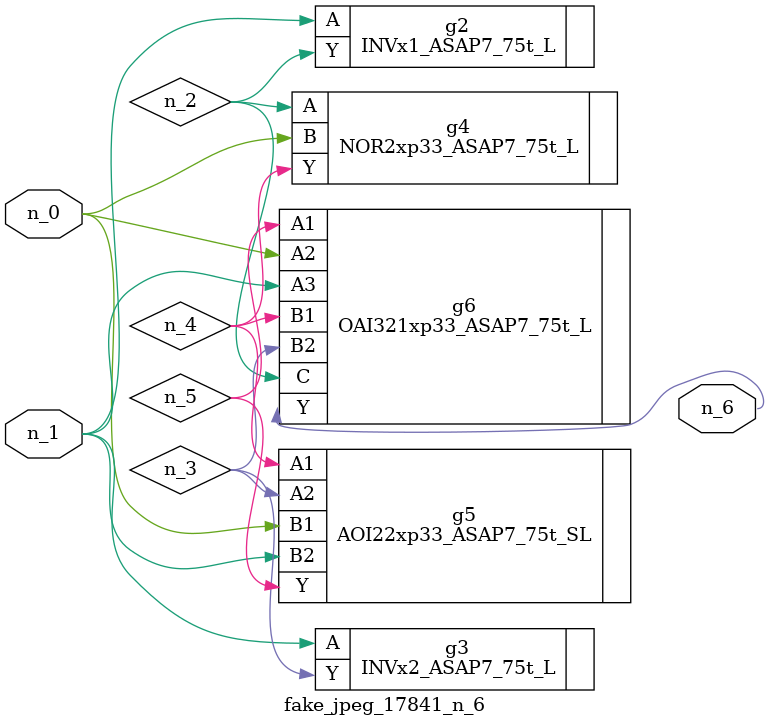
<source format=v>
module fake_jpeg_17841_n_6 (n_0, n_1, n_6);

input n_0;
input n_1;

output n_6;

wire n_2;
wire n_3;
wire n_4;
wire n_5;

INVx1_ASAP7_75t_L g2 ( 
.A(n_1),
.Y(n_2)
);

INVx2_ASAP7_75t_L g3 ( 
.A(n_1),
.Y(n_3)
);

NOR2xp33_ASAP7_75t_L g4 ( 
.A(n_2),
.B(n_0),
.Y(n_4)
);

AOI22xp33_ASAP7_75t_SL g5 ( 
.A1(n_4),
.A2(n_3),
.B1(n_0),
.B2(n_1),
.Y(n_5)
);

OAI321xp33_ASAP7_75t_L g6 ( 
.A1(n_5),
.A2(n_0),
.A3(n_1),
.B1(n_4),
.B2(n_3),
.C(n_2),
.Y(n_6)
);


endmodule
</source>
